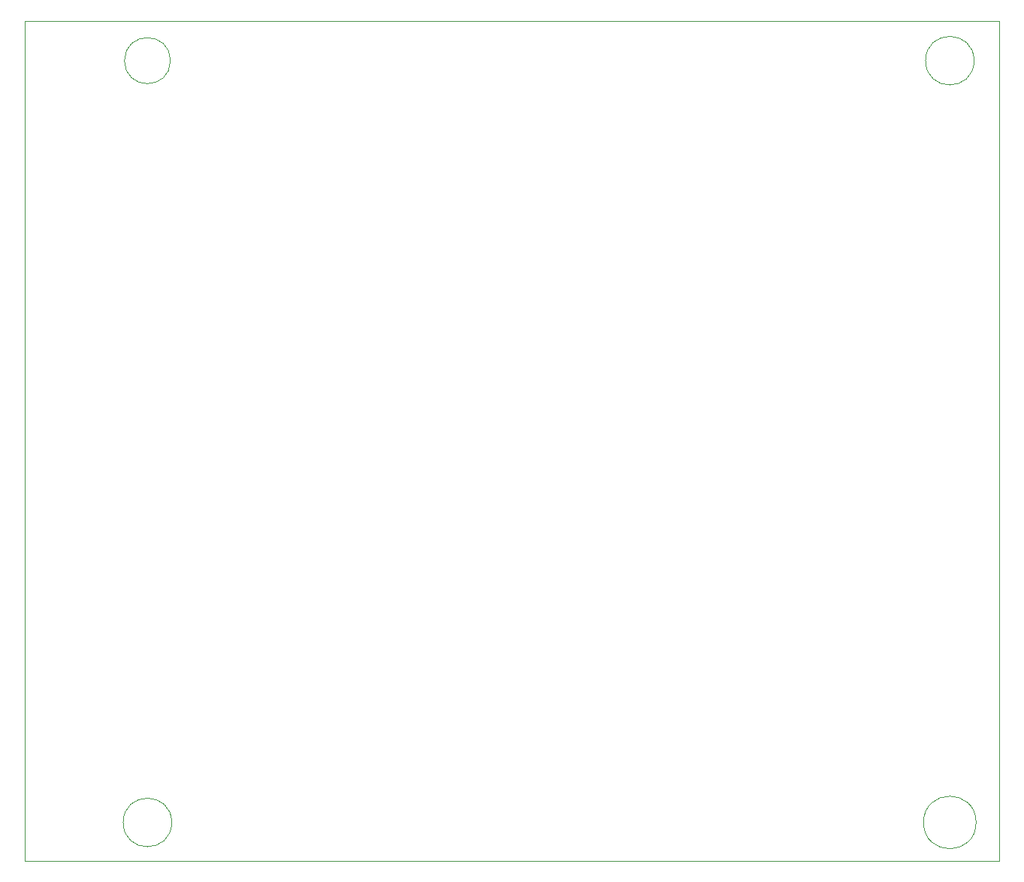
<source format=gbr>
%TF.GenerationSoftware,KiCad,Pcbnew,(5.1.10)-1*%
%TF.CreationDate,2025-03-09T14:01:04+01:00*%
%TF.ProjectId,EA-Modul,45412d4d-6f64-4756-9c2e-6b696361645f,rev?*%
%TF.SameCoordinates,Original*%
%TF.FileFunction,Profile,NP*%
%FSLAX46Y46*%
G04 Gerber Fmt 4.6, Leading zero omitted, Abs format (unit mm)*
G04 Created by KiCad (PCBNEW (5.1.10)-1) date 2025-03-09 14:01:04*
%MOMM*%
%LPD*%
G01*
G04 APERTURE LIST*
%TA.AperFunction,Profile*%
%ADD10C,0.050000*%
%TD*%
G04 APERTURE END LIST*
D10*
X162474124Y-136652000D02*
G75*
G03*
X162474124Y-136652000I-2962124J0D01*
G01*
X162247664Y-50800000D02*
G75*
G03*
X162247664Y-50800000I-2735664J0D01*
G01*
X71678302Y-50800000D02*
G75*
G03*
X71678302Y-50800000I-2590302J0D01*
G01*
X55245000Y-46355000D02*
X165100000Y-46355000D01*
X71823664Y-136652000D02*
G75*
G03*
X71823664Y-136652000I-2735664J0D01*
G01*
X165100000Y-46355000D02*
X165100000Y-140970000D01*
X165100000Y-140970000D02*
X55245000Y-140970000D01*
X55245000Y-140970000D02*
X55245000Y-46355000D01*
M02*

</source>
